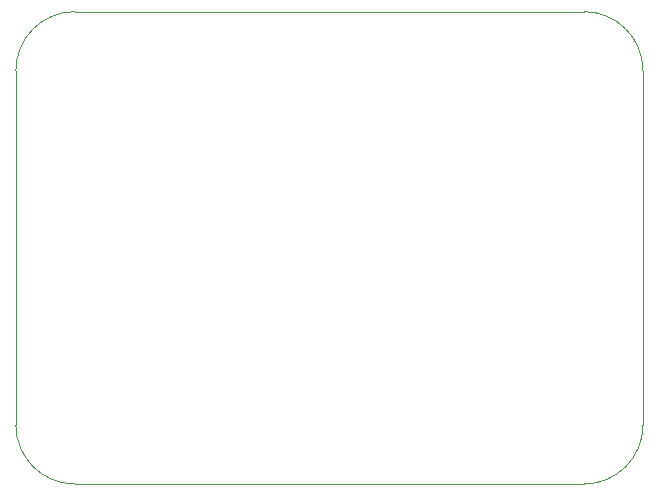
<source format=gbr>
G04*
G04 #@! TF.GenerationSoftware,Altium Limited,Altium Designer,24.4.1 (13)*
G04*
G04 Layer_Color=0*
%FSLAX25Y25*%
%MOIN*%
G70*
G04*
G04 #@! TF.SameCoordinates,D49A6A7F-BD6C-421B-9F91-F44A7ED913D7*
G04*
G04*
G04 #@! TF.FilePolarity,Positive*
G04*
G01*
G75*
%ADD50C,0.00100*%
D50*
X0Y-19685D02*
G02*
X-19685Y0I0J19685D01*
G01*
Y118110D01*
D02*
G02*
X0Y137795I19685J0D01*
G01*
X169685D01*
D02*
G02*
X189370Y118110I0J-19685D01*
G01*
Y0D01*
D02*
G02*
X169685Y-19685I-19685J0D01*
G01*
X0Y-19685D01*
M02*

</source>
